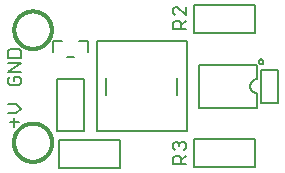
<source format=gto>
G04 EAGLE Gerber RS-274X export*
G75*
%MOMM*%
%FSLAX34Y34*%
%LPD*%
%INSilkscreen Top*%
%IPPOS*%
%AMOC8*
5,1,8,0,0,1.08239X$1,22.5*%
G01*
%ADD10C,0.177800*%
%ADD11C,0.304800*%
%ADD12C,0.127000*%


D10*
X12695Y45339D02*
X12695Y52627D01*
X9052Y48983D02*
X16339Y48983D01*
X14517Y57033D02*
X7230Y57033D01*
X14517Y57033D02*
X18161Y60677D01*
X14517Y64321D01*
X7230Y64321D01*
X7230Y85730D02*
X9052Y87552D01*
X7230Y85730D02*
X7230Y82086D01*
X9052Y80264D01*
X16339Y80264D01*
X18161Y82086D01*
X18161Y85730D01*
X16339Y87552D01*
X12695Y87552D01*
X12695Y83908D01*
X7230Y91958D02*
X18161Y91958D01*
X18161Y99246D02*
X7230Y91958D01*
X7230Y99246D02*
X18161Y99246D01*
X18161Y103652D02*
X7230Y103652D01*
X18161Y103652D02*
X18161Y109118D01*
X16339Y110939D01*
X9052Y110939D01*
X7230Y109118D01*
X7230Y103652D01*
D11*
X12700Y127000D02*
X12705Y127390D01*
X12719Y127779D01*
X12743Y128168D01*
X12776Y128556D01*
X12819Y128943D01*
X12872Y129329D01*
X12934Y129714D01*
X13005Y130097D01*
X13086Y130478D01*
X13176Y130857D01*
X13275Y131234D01*
X13384Y131608D01*
X13501Y131980D01*
X13628Y132348D01*
X13764Y132713D01*
X13908Y133075D01*
X14062Y133433D01*
X14224Y133787D01*
X14395Y134138D01*
X14574Y134483D01*
X14762Y134825D01*
X14959Y135161D01*
X15163Y135493D01*
X15375Y135820D01*
X15596Y136141D01*
X15824Y136457D01*
X16060Y136767D01*
X16303Y137071D01*
X16554Y137369D01*
X16812Y137661D01*
X17078Y137946D01*
X17350Y138225D01*
X17629Y138497D01*
X17914Y138763D01*
X18206Y139021D01*
X18504Y139272D01*
X18808Y139515D01*
X19118Y139751D01*
X19434Y139979D01*
X19755Y140200D01*
X20082Y140412D01*
X20414Y140616D01*
X20750Y140813D01*
X21092Y141001D01*
X21437Y141180D01*
X21788Y141351D01*
X22142Y141513D01*
X22500Y141667D01*
X22862Y141811D01*
X23227Y141947D01*
X23595Y142074D01*
X23967Y142191D01*
X24341Y142300D01*
X24718Y142399D01*
X25097Y142489D01*
X25478Y142570D01*
X25861Y142641D01*
X26246Y142703D01*
X26632Y142756D01*
X27019Y142799D01*
X27407Y142832D01*
X27796Y142856D01*
X28185Y142870D01*
X28575Y142875D01*
X28965Y142870D01*
X29354Y142856D01*
X29743Y142832D01*
X30131Y142799D01*
X30518Y142756D01*
X30904Y142703D01*
X31289Y142641D01*
X31672Y142570D01*
X32053Y142489D01*
X32432Y142399D01*
X32809Y142300D01*
X33183Y142191D01*
X33555Y142074D01*
X33923Y141947D01*
X34288Y141811D01*
X34650Y141667D01*
X35008Y141513D01*
X35362Y141351D01*
X35713Y141180D01*
X36058Y141001D01*
X36400Y140813D01*
X36736Y140616D01*
X37068Y140412D01*
X37395Y140200D01*
X37716Y139979D01*
X38032Y139751D01*
X38342Y139515D01*
X38646Y139272D01*
X38944Y139021D01*
X39236Y138763D01*
X39521Y138497D01*
X39800Y138225D01*
X40072Y137946D01*
X40338Y137661D01*
X40596Y137369D01*
X40847Y137071D01*
X41090Y136767D01*
X41326Y136457D01*
X41554Y136141D01*
X41775Y135820D01*
X41987Y135493D01*
X42191Y135161D01*
X42388Y134825D01*
X42576Y134483D01*
X42755Y134138D01*
X42926Y133787D01*
X43088Y133433D01*
X43242Y133075D01*
X43386Y132713D01*
X43522Y132348D01*
X43649Y131980D01*
X43766Y131608D01*
X43875Y131234D01*
X43974Y130857D01*
X44064Y130478D01*
X44145Y130097D01*
X44216Y129714D01*
X44278Y129329D01*
X44331Y128943D01*
X44374Y128556D01*
X44407Y128168D01*
X44431Y127779D01*
X44445Y127390D01*
X44450Y127000D01*
X44445Y126610D01*
X44431Y126221D01*
X44407Y125832D01*
X44374Y125444D01*
X44331Y125057D01*
X44278Y124671D01*
X44216Y124286D01*
X44145Y123903D01*
X44064Y123522D01*
X43974Y123143D01*
X43875Y122766D01*
X43766Y122392D01*
X43649Y122020D01*
X43522Y121652D01*
X43386Y121287D01*
X43242Y120925D01*
X43088Y120567D01*
X42926Y120213D01*
X42755Y119862D01*
X42576Y119517D01*
X42388Y119175D01*
X42191Y118839D01*
X41987Y118507D01*
X41775Y118180D01*
X41554Y117859D01*
X41326Y117543D01*
X41090Y117233D01*
X40847Y116929D01*
X40596Y116631D01*
X40338Y116339D01*
X40072Y116054D01*
X39800Y115775D01*
X39521Y115503D01*
X39236Y115237D01*
X38944Y114979D01*
X38646Y114728D01*
X38342Y114485D01*
X38032Y114249D01*
X37716Y114021D01*
X37395Y113800D01*
X37068Y113588D01*
X36736Y113384D01*
X36400Y113187D01*
X36058Y112999D01*
X35713Y112820D01*
X35362Y112649D01*
X35008Y112487D01*
X34650Y112333D01*
X34288Y112189D01*
X33923Y112053D01*
X33555Y111926D01*
X33183Y111809D01*
X32809Y111700D01*
X32432Y111601D01*
X32053Y111511D01*
X31672Y111430D01*
X31289Y111359D01*
X30904Y111297D01*
X30518Y111244D01*
X30131Y111201D01*
X29743Y111168D01*
X29354Y111144D01*
X28965Y111130D01*
X28575Y111125D01*
X28185Y111130D01*
X27796Y111144D01*
X27407Y111168D01*
X27019Y111201D01*
X26632Y111244D01*
X26246Y111297D01*
X25861Y111359D01*
X25478Y111430D01*
X25097Y111511D01*
X24718Y111601D01*
X24341Y111700D01*
X23967Y111809D01*
X23595Y111926D01*
X23227Y112053D01*
X22862Y112189D01*
X22500Y112333D01*
X22142Y112487D01*
X21788Y112649D01*
X21437Y112820D01*
X21092Y112999D01*
X20750Y113187D01*
X20414Y113384D01*
X20082Y113588D01*
X19755Y113800D01*
X19434Y114021D01*
X19118Y114249D01*
X18808Y114485D01*
X18504Y114728D01*
X18206Y114979D01*
X17914Y115237D01*
X17629Y115503D01*
X17350Y115775D01*
X17078Y116054D01*
X16812Y116339D01*
X16554Y116631D01*
X16303Y116929D01*
X16060Y117233D01*
X15824Y117543D01*
X15596Y117859D01*
X15375Y118180D01*
X15163Y118507D01*
X14959Y118839D01*
X14762Y119175D01*
X14574Y119517D01*
X14395Y119862D01*
X14224Y120213D01*
X14062Y120567D01*
X13908Y120925D01*
X13764Y121287D01*
X13628Y121652D01*
X13501Y122020D01*
X13384Y122392D01*
X13275Y122766D01*
X13176Y123143D01*
X13086Y123522D01*
X13005Y123903D01*
X12934Y124286D01*
X12872Y124671D01*
X12819Y125057D01*
X12776Y125444D01*
X12743Y125832D01*
X12719Y126221D01*
X12705Y126610D01*
X12700Y127000D01*
X12386Y31750D02*
X12391Y32147D01*
X12406Y32544D01*
X12430Y32941D01*
X12464Y33337D01*
X12508Y33732D01*
X12561Y34125D01*
X12624Y34518D01*
X12697Y34908D01*
X12779Y35297D01*
X12871Y35684D01*
X12972Y36068D01*
X13083Y36449D01*
X13203Y36828D01*
X13332Y37204D01*
X13471Y37576D01*
X13618Y37945D01*
X13775Y38310D01*
X13940Y38672D01*
X14115Y39029D01*
X14298Y39381D01*
X14489Y39730D01*
X14689Y40073D01*
X14898Y40411D01*
X15114Y40744D01*
X15339Y41072D01*
X15572Y41394D01*
X15812Y41710D01*
X16061Y42020D01*
X16317Y42324D01*
X16580Y42622D01*
X16850Y42913D01*
X17128Y43197D01*
X17412Y43475D01*
X17703Y43745D01*
X18001Y44008D01*
X18305Y44264D01*
X18615Y44513D01*
X18931Y44753D01*
X19253Y44986D01*
X19581Y45211D01*
X19914Y45427D01*
X20252Y45636D01*
X20595Y45836D01*
X20944Y46027D01*
X21296Y46210D01*
X21653Y46385D01*
X22015Y46550D01*
X22380Y46707D01*
X22749Y46854D01*
X23121Y46993D01*
X23497Y47122D01*
X23876Y47242D01*
X24257Y47353D01*
X24641Y47454D01*
X25028Y47546D01*
X25417Y47628D01*
X25807Y47701D01*
X26200Y47764D01*
X26593Y47817D01*
X26988Y47861D01*
X27384Y47895D01*
X27781Y47919D01*
X28178Y47934D01*
X28575Y47939D01*
X28972Y47934D01*
X29369Y47919D01*
X29766Y47895D01*
X30162Y47861D01*
X30557Y47817D01*
X30950Y47764D01*
X31343Y47701D01*
X31733Y47628D01*
X32122Y47546D01*
X32509Y47454D01*
X32893Y47353D01*
X33274Y47242D01*
X33653Y47122D01*
X34029Y46993D01*
X34401Y46854D01*
X34770Y46707D01*
X35135Y46550D01*
X35497Y46385D01*
X35854Y46210D01*
X36206Y46027D01*
X36555Y45836D01*
X36898Y45636D01*
X37236Y45427D01*
X37569Y45211D01*
X37897Y44986D01*
X38219Y44753D01*
X38535Y44513D01*
X38845Y44264D01*
X39149Y44008D01*
X39447Y43745D01*
X39738Y43475D01*
X40022Y43197D01*
X40300Y42913D01*
X40570Y42622D01*
X40833Y42324D01*
X41089Y42020D01*
X41338Y41710D01*
X41578Y41394D01*
X41811Y41072D01*
X42036Y40744D01*
X42252Y40411D01*
X42461Y40073D01*
X42661Y39730D01*
X42852Y39381D01*
X43035Y39029D01*
X43210Y38672D01*
X43375Y38310D01*
X43532Y37945D01*
X43679Y37576D01*
X43818Y37204D01*
X43947Y36828D01*
X44067Y36449D01*
X44178Y36068D01*
X44279Y35684D01*
X44371Y35297D01*
X44453Y34908D01*
X44526Y34518D01*
X44589Y34125D01*
X44642Y33732D01*
X44686Y33337D01*
X44720Y32941D01*
X44744Y32544D01*
X44759Y32147D01*
X44764Y31750D01*
X44759Y31353D01*
X44744Y30956D01*
X44720Y30559D01*
X44686Y30163D01*
X44642Y29768D01*
X44589Y29375D01*
X44526Y28982D01*
X44453Y28592D01*
X44371Y28203D01*
X44279Y27816D01*
X44178Y27432D01*
X44067Y27051D01*
X43947Y26672D01*
X43818Y26296D01*
X43679Y25924D01*
X43532Y25555D01*
X43375Y25190D01*
X43210Y24828D01*
X43035Y24471D01*
X42852Y24119D01*
X42661Y23770D01*
X42461Y23427D01*
X42252Y23089D01*
X42036Y22756D01*
X41811Y22428D01*
X41578Y22106D01*
X41338Y21790D01*
X41089Y21480D01*
X40833Y21176D01*
X40570Y20878D01*
X40300Y20587D01*
X40022Y20303D01*
X39738Y20025D01*
X39447Y19755D01*
X39149Y19492D01*
X38845Y19236D01*
X38535Y18987D01*
X38219Y18747D01*
X37897Y18514D01*
X37569Y18289D01*
X37236Y18073D01*
X36898Y17864D01*
X36555Y17664D01*
X36206Y17473D01*
X35854Y17290D01*
X35497Y17115D01*
X35135Y16950D01*
X34770Y16793D01*
X34401Y16646D01*
X34029Y16507D01*
X33653Y16378D01*
X33274Y16258D01*
X32893Y16147D01*
X32509Y16046D01*
X32122Y15954D01*
X31733Y15872D01*
X31343Y15799D01*
X30950Y15736D01*
X30557Y15683D01*
X30162Y15639D01*
X29766Y15605D01*
X29369Y15581D01*
X28972Y15566D01*
X28575Y15561D01*
X28178Y15566D01*
X27781Y15581D01*
X27384Y15605D01*
X26988Y15639D01*
X26593Y15683D01*
X26200Y15736D01*
X25807Y15799D01*
X25417Y15872D01*
X25028Y15954D01*
X24641Y16046D01*
X24257Y16147D01*
X23876Y16258D01*
X23497Y16378D01*
X23121Y16507D01*
X22749Y16646D01*
X22380Y16793D01*
X22015Y16950D01*
X21653Y17115D01*
X21296Y17290D01*
X20944Y17473D01*
X20595Y17664D01*
X20252Y17864D01*
X19914Y18073D01*
X19581Y18289D01*
X19253Y18514D01*
X18931Y18747D01*
X18615Y18987D01*
X18305Y19236D01*
X18001Y19492D01*
X17703Y19755D01*
X17412Y20025D01*
X17128Y20303D01*
X16850Y20587D01*
X16580Y20878D01*
X16317Y21176D01*
X16061Y21480D01*
X15812Y21790D01*
X15572Y22106D01*
X15339Y22428D01*
X15114Y22756D01*
X14898Y23089D01*
X14689Y23427D01*
X14489Y23770D01*
X14298Y24119D01*
X14115Y24471D01*
X13940Y24828D01*
X13775Y25190D01*
X13618Y25555D01*
X13471Y25924D01*
X13332Y26296D01*
X13203Y26672D01*
X13083Y27051D01*
X12972Y27432D01*
X12871Y27816D01*
X12779Y28203D01*
X12697Y28592D01*
X12624Y28982D01*
X12561Y29375D01*
X12508Y29768D01*
X12464Y30163D01*
X12430Y30559D01*
X12406Y30956D01*
X12391Y31353D01*
X12386Y31750D01*
D10*
X146930Y127889D02*
X157861Y127889D01*
X146930Y127889D02*
X146930Y133355D01*
X148752Y135177D01*
X152395Y135177D01*
X154217Y133355D01*
X154217Y127889D01*
X154217Y131533D02*
X157861Y135177D01*
X157861Y139583D02*
X157861Y146871D01*
X157861Y139583D02*
X150573Y146871D01*
X148752Y146871D01*
X146930Y145049D01*
X146930Y141405D01*
X148752Y139583D01*
X146930Y13589D02*
X157861Y13589D01*
X146930Y13589D02*
X146930Y19055D01*
X148752Y20877D01*
X152395Y20877D01*
X154217Y19055D01*
X154217Y13589D01*
X154217Y17233D02*
X157861Y20877D01*
X148752Y25283D02*
X146930Y27105D01*
X146930Y30749D01*
X148752Y32571D01*
X150573Y32571D01*
X152395Y30749D01*
X152395Y28927D01*
X152395Y30749D02*
X154217Y32571D01*
X156039Y32571D01*
X157861Y30749D01*
X157861Y27105D01*
X156039Y25283D01*
D12*
X150650Y72550D02*
X150650Y86200D01*
X90650Y86200D02*
X90650Y72550D01*
X82550Y41275D02*
X158750Y41275D01*
X82550Y41275D02*
X82550Y117475D01*
X158750Y117475D01*
X158750Y41275D01*
X53325Y117625D02*
X45325Y117625D01*
X45325Y108625D01*
X67325Y117625D02*
X75325Y117625D01*
X75325Y108625D01*
X63325Y104625D02*
X57325Y104625D01*
X50200Y10225D02*
X102200Y10225D01*
X50200Y10225D02*
X50200Y34225D01*
X102200Y34225D01*
X102200Y10625D01*
X102200Y10225D01*
X169175Y61375D02*
X218175Y61375D01*
X169175Y61375D02*
X169175Y97375D01*
X218175Y97375D01*
X218175Y85575D01*
X217875Y85575D01*
X217729Y85573D01*
X217583Y85567D01*
X217437Y85557D01*
X217291Y85543D01*
X217146Y85526D01*
X217001Y85504D01*
X216857Y85478D01*
X216714Y85449D01*
X216572Y85415D01*
X216430Y85378D01*
X216290Y85337D01*
X216151Y85292D01*
X216013Y85244D01*
X215876Y85191D01*
X215741Y85136D01*
X215608Y85076D01*
X215476Y85013D01*
X215346Y84946D01*
X215217Y84876D01*
X215091Y84802D01*
X214967Y84725D01*
X214845Y84645D01*
X214725Y84561D01*
X214607Y84474D01*
X214492Y84384D01*
X214379Y84291D01*
X214269Y84194D01*
X214161Y84095D01*
X214057Y83993D01*
X213955Y83889D01*
X213856Y83781D01*
X213759Y83671D01*
X213666Y83558D01*
X213576Y83443D01*
X213489Y83325D01*
X213405Y83205D01*
X213325Y83083D01*
X213248Y82959D01*
X213174Y82833D01*
X213104Y82704D01*
X213037Y82574D01*
X212974Y82442D01*
X212914Y82309D01*
X212859Y82174D01*
X212806Y82037D01*
X212758Y81899D01*
X212713Y81760D01*
X212672Y81620D01*
X212635Y81478D01*
X212601Y81336D01*
X212572Y81193D01*
X212546Y81049D01*
X212524Y80904D01*
X212507Y80759D01*
X212493Y80613D01*
X212483Y80467D01*
X212477Y80321D01*
X212475Y80175D01*
X212475Y79375D01*
X212481Y79227D01*
X212491Y79080D01*
X212505Y78933D01*
X212522Y78786D01*
X212544Y78640D01*
X212570Y78494D01*
X212599Y78349D01*
X212632Y78205D01*
X212669Y78062D01*
X212710Y77920D01*
X212755Y77779D01*
X212803Y77639D01*
X212855Y77501D01*
X212911Y77364D01*
X212970Y77229D01*
X213033Y77095D01*
X213099Y76963D01*
X213169Y76833D01*
X213243Y76705D01*
X213320Y76578D01*
X213400Y76454D01*
X213483Y76332D01*
X213570Y76212D01*
X213659Y76095D01*
X213752Y75980D01*
X213848Y75867D01*
X213947Y75757D01*
X214049Y75650D01*
X214153Y75546D01*
X214261Y75444D01*
X214371Y75345D01*
X214483Y75249D01*
X214598Y75157D01*
X214716Y75067D01*
X214836Y74981D01*
X214958Y74897D01*
X215082Y74817D01*
X215208Y74741D01*
X215337Y74667D01*
X215467Y74597D01*
X215599Y74531D01*
X215733Y74468D01*
X215868Y74409D01*
X216005Y74353D01*
X216144Y74301D01*
X216283Y74253D01*
X216424Y74209D01*
X216566Y74168D01*
X216710Y74131D01*
X216854Y74098D01*
X216998Y74069D01*
X217144Y74043D01*
X217290Y74022D01*
X217437Y74004D01*
X217584Y73991D01*
X217732Y73981D01*
X217879Y73975D01*
X218027Y73973D01*
X218175Y73975D01*
X218175Y61375D01*
X219675Y100375D02*
X219677Y100464D01*
X219683Y100553D01*
X219693Y100642D01*
X219707Y100730D01*
X219724Y100817D01*
X219746Y100903D01*
X219772Y100989D01*
X219801Y101073D01*
X219834Y101156D01*
X219870Y101237D01*
X219911Y101317D01*
X219954Y101394D01*
X220001Y101470D01*
X220052Y101543D01*
X220105Y101614D01*
X220162Y101683D01*
X220222Y101749D01*
X220285Y101813D01*
X220350Y101873D01*
X220418Y101931D01*
X220489Y101985D01*
X220562Y102036D01*
X220637Y102084D01*
X220714Y102129D01*
X220793Y102170D01*
X220874Y102207D01*
X220956Y102241D01*
X221040Y102272D01*
X221125Y102298D01*
X221211Y102321D01*
X221298Y102339D01*
X221386Y102354D01*
X221475Y102365D01*
X221564Y102372D01*
X221653Y102375D01*
X221742Y102374D01*
X221831Y102369D01*
X221919Y102360D01*
X222008Y102347D01*
X222095Y102330D01*
X222182Y102310D01*
X222268Y102285D01*
X222352Y102257D01*
X222435Y102225D01*
X222517Y102189D01*
X222597Y102150D01*
X222675Y102107D01*
X222751Y102061D01*
X222825Y102011D01*
X222897Y101958D01*
X222966Y101902D01*
X223033Y101843D01*
X223097Y101781D01*
X223158Y101717D01*
X223217Y101649D01*
X223272Y101579D01*
X223324Y101507D01*
X223373Y101432D01*
X223418Y101356D01*
X223460Y101277D01*
X223498Y101197D01*
X223533Y101115D01*
X223564Y101031D01*
X223592Y100946D01*
X223615Y100860D01*
X223635Y100773D01*
X223651Y100686D01*
X223663Y100597D01*
X223671Y100509D01*
X223675Y100420D01*
X223675Y100330D01*
X223671Y100241D01*
X223663Y100153D01*
X223651Y100064D01*
X223635Y99977D01*
X223615Y99890D01*
X223592Y99804D01*
X223564Y99719D01*
X223533Y99635D01*
X223498Y99553D01*
X223460Y99473D01*
X223418Y99394D01*
X223373Y99318D01*
X223324Y99243D01*
X223272Y99171D01*
X223217Y99101D01*
X223158Y99033D01*
X223097Y98969D01*
X223033Y98907D01*
X222966Y98848D01*
X222897Y98792D01*
X222825Y98739D01*
X222751Y98689D01*
X222675Y98643D01*
X222597Y98600D01*
X222517Y98561D01*
X222435Y98525D01*
X222352Y98493D01*
X222268Y98465D01*
X222182Y98440D01*
X222095Y98420D01*
X222008Y98403D01*
X221919Y98390D01*
X221831Y98381D01*
X221742Y98376D01*
X221653Y98375D01*
X221564Y98378D01*
X221475Y98385D01*
X221386Y98396D01*
X221298Y98411D01*
X221211Y98429D01*
X221125Y98452D01*
X221040Y98478D01*
X220956Y98509D01*
X220874Y98543D01*
X220793Y98580D01*
X220714Y98621D01*
X220637Y98666D01*
X220562Y98714D01*
X220489Y98765D01*
X220418Y98819D01*
X220350Y98877D01*
X220285Y98937D01*
X220222Y99001D01*
X220162Y99067D01*
X220105Y99136D01*
X220052Y99207D01*
X220001Y99280D01*
X219954Y99356D01*
X219911Y99433D01*
X219870Y99513D01*
X219834Y99594D01*
X219801Y99677D01*
X219772Y99761D01*
X219746Y99847D01*
X219724Y99933D01*
X219707Y100020D01*
X219693Y100108D01*
X219683Y100197D01*
X219677Y100286D01*
X219675Y100375D01*
X49075Y85750D02*
X49075Y41250D01*
X49075Y85750D02*
X71575Y85750D01*
X71575Y41250D01*
X49075Y41250D01*
X235600Y65625D02*
X235600Y93125D01*
X235600Y65625D02*
X221600Y65625D01*
X221600Y93125D01*
X235600Y93125D01*
X216500Y148525D02*
X164500Y148525D01*
X216500Y148525D02*
X216500Y124525D01*
X164500Y124525D01*
X164500Y148125D01*
X164500Y148525D01*
X164500Y34860D02*
X216500Y34860D01*
X216500Y10860D01*
X164500Y10860D01*
X164500Y34460D01*
X164500Y34860D01*
M02*

</source>
